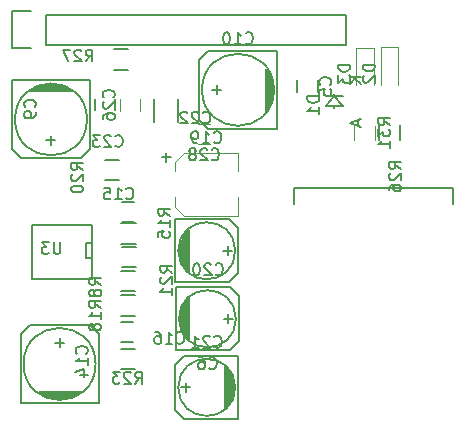
<source format=gbo>
%TF.GenerationSoftware,KiCad,Pcbnew,5.0.0-rc2-dev-unknown-b813eac~63~ubuntu16.04.1*%
%TF.CreationDate,2018-04-08T19:45:01+02:00*%
%TF.ProjectId,atmegax8_with_BM20,61746D65676178385F776974685F424D,rev?*%
%TF.SameCoordinates,Original*%
%TF.FileFunction,Legend,Bot*%
%TF.FilePolarity,Positive*%
%FSLAX46Y46*%
G04 Gerber Fmt 4.6, Leading zero omitted, Abs format (unit mm)*
G04 Created by KiCad (PCBNEW 5.0.0-rc2-dev-unknown-b813eac~63~ubuntu16.04.1) date Sun Apr  8 19:45:01 2018*
%MOMM*%
%LPD*%
G01*
G04 APERTURE LIST*
%ADD10C,0.150000*%
%ADD11C,0.120000*%
G04 APERTURE END LIST*
D10*
%TO.C,D1*%
X33121600Y-12992900D02*
X33121600Y-12843040D01*
X33121600Y-13841260D02*
X33121600Y-14041920D01*
X33121600Y-12992900D02*
X33870900Y-12992900D01*
X33121600Y-12992900D02*
X32420560Y-12992900D01*
X33121600Y-12992900D02*
X32420560Y-13841260D01*
X32420560Y-13841260D02*
X33822640Y-13841260D01*
X33822640Y-13841260D02*
X33121600Y-12992900D01*
%TO.C,C21*%
X24612600Y-37048440D02*
X24612600Y-38445440D01*
X24485600Y-36794440D02*
X24485600Y-38572440D01*
X24358600Y-36413440D02*
X24358600Y-38953440D01*
X24231600Y-39080440D02*
X24231600Y-36286440D01*
X24104600Y-36159440D02*
X24104600Y-39207440D01*
X23977600Y-39334440D02*
X23977600Y-36032440D01*
X23850600Y-35905440D02*
X23850600Y-39461440D01*
X24993600Y-35016440D02*
X20421600Y-35016440D01*
X20421600Y-35016440D02*
X19659600Y-35778440D01*
X19659600Y-35778440D02*
X19659600Y-39588440D01*
X19659600Y-39588440D02*
X20421600Y-40350440D01*
X20421600Y-40350440D02*
X24993600Y-40350440D01*
X24993600Y-40350440D02*
X24993600Y-35016440D01*
X20167600Y-37683440D02*
X20929600Y-37683440D01*
X20548600Y-37302440D02*
X20548600Y-38064440D01*
X24739600Y-37683440D02*
G75*
G03X24739600Y-37683440I-2413000J0D01*
G01*
D11*
%TO.C,C19*%
X20388300Y-17815100D02*
X24968300Y-17815100D01*
X19628300Y-18575100D02*
X20388300Y-17815100D01*
X20388300Y-23155100D02*
X19628300Y-22395100D01*
X24968300Y-23155100D02*
X20388300Y-23155100D01*
X19628300Y-22395100D02*
X19628300Y-21605100D01*
X19628300Y-18575100D02*
X19628300Y-19365100D01*
X24968300Y-23155100D02*
X24968300Y-21605100D01*
X24968300Y-17815100D02*
X24968300Y-19365100D01*
D10*
%TO.C,R23*%
X15051480Y-36155600D02*
X16251480Y-36155600D01*
X16251480Y-34405600D02*
X15051480Y-34405600D01*
%TO.C,C5*%
X31711000Y-11666600D02*
X31711000Y-12666600D01*
X30011000Y-12666600D02*
X30011000Y-11666600D01*
%TO.C,C6*%
X20096480Y-32506920D02*
X20096480Y-31109920D01*
X20223480Y-32760920D02*
X20223480Y-30982920D01*
X20350480Y-33141920D02*
X20350480Y-30601920D01*
X20477480Y-30474920D02*
X20477480Y-33268920D01*
X20604480Y-33395920D02*
X20604480Y-30347920D01*
X20731480Y-30220920D02*
X20731480Y-33522920D01*
X20858480Y-33649920D02*
X20858480Y-30093920D01*
X19715480Y-34538920D02*
X24287480Y-34538920D01*
X24287480Y-34538920D02*
X25049480Y-33776920D01*
X25049480Y-33776920D02*
X25049480Y-29966920D01*
X25049480Y-29966920D02*
X24287480Y-29204920D01*
X24287480Y-29204920D02*
X19715480Y-29204920D01*
X19715480Y-29204920D02*
X19715480Y-34538920D01*
X24541480Y-31871920D02*
X23779480Y-31871920D01*
X24160480Y-32252920D02*
X24160480Y-31490920D01*
X24795480Y-31871920D02*
G75*
G03X24795480Y-31871920I-2413000J0D01*
G01*
%TO.C,C9*%
X8376920Y-12075160D02*
X9900920Y-12075160D01*
X10281920Y-12202160D02*
X7995920Y-12202160D01*
X7741920Y-12329160D02*
X10535920Y-12329160D01*
X10789920Y-12456160D02*
X7487920Y-12456160D01*
X7360920Y-12583160D02*
X10916920Y-12583160D01*
X5836920Y-11694160D02*
X12440920Y-11694160D01*
X12440920Y-11694160D02*
X12440920Y-17536160D01*
X12440920Y-17536160D02*
X11678920Y-18298160D01*
X11678920Y-18298160D02*
X6598920Y-18298160D01*
X6598920Y-18298160D02*
X5836920Y-17536160D01*
X5836920Y-17536160D02*
X5836920Y-11694160D01*
X9138920Y-17155160D02*
X9138920Y-16393160D01*
X8757920Y-16774160D02*
X9519920Y-16774160D01*
X12186920Y-14996160D02*
G75*
G03X12186920Y-14996160I-3048000J0D01*
G01*
%TO.C,C10*%
X27894280Y-11724640D02*
X27894280Y-13248640D01*
X27767280Y-13629640D02*
X27767280Y-11343640D01*
X27640280Y-11089640D02*
X27640280Y-13883640D01*
X27513280Y-14137640D02*
X27513280Y-10835640D01*
X27386280Y-10708640D02*
X27386280Y-14264640D01*
X28275280Y-9184640D02*
X28275280Y-15788640D01*
X28275280Y-15788640D02*
X22433280Y-15788640D01*
X22433280Y-15788640D02*
X21671280Y-15026640D01*
X21671280Y-15026640D02*
X21671280Y-9946640D01*
X21671280Y-9946640D02*
X22433280Y-9184640D01*
X22433280Y-9184640D02*
X28275280Y-9184640D01*
X22814280Y-12486640D02*
X23576280Y-12486640D01*
X23195280Y-12105640D02*
X23195280Y-12867640D01*
X28021280Y-12486640D02*
G75*
G03X28021280Y-12486640I-3048000J0D01*
G01*
%TO.C,R8*%
X16271800Y-27801600D02*
X15071800Y-27801600D01*
X15071800Y-29551600D02*
X16271800Y-29551600D01*
%TO.C,R15*%
X15097200Y-25513000D02*
X16297200Y-25513000D01*
X16297200Y-23763000D02*
X15097200Y-23763000D01*
%TO.C,U3*%
X12573000Y-23916640D02*
X7493000Y-23916640D01*
X7493000Y-23916640D02*
X7493000Y-28488640D01*
X7493000Y-28488640D02*
X12573000Y-28488640D01*
X12573000Y-28488640D02*
X12573000Y-23916640D01*
X12573000Y-25440640D02*
X12065000Y-25440640D01*
X12065000Y-25440640D02*
X12065000Y-26710640D01*
X12065000Y-26710640D02*
X12573000Y-26710640D01*
%TO.C,C14*%
X10627360Y-38623240D02*
X9103360Y-38623240D01*
X8722360Y-38496240D02*
X11008360Y-38496240D01*
X11262360Y-38369240D02*
X8468360Y-38369240D01*
X8214360Y-38242240D02*
X11516360Y-38242240D01*
X11643360Y-38115240D02*
X8087360Y-38115240D01*
X13167360Y-39004240D02*
X6563360Y-39004240D01*
X6563360Y-39004240D02*
X6563360Y-33162240D01*
X6563360Y-33162240D02*
X7325360Y-32400240D01*
X7325360Y-32400240D02*
X12405360Y-32400240D01*
X12405360Y-32400240D02*
X13167360Y-33162240D01*
X13167360Y-33162240D02*
X13167360Y-39004240D01*
X9865360Y-33543240D02*
X9865360Y-34305240D01*
X10246360Y-33924240D02*
X9484360Y-33924240D01*
X12913360Y-35702240D02*
G75*
G03X12913360Y-35702240I-3048000J0D01*
G01*
%TO.C,C15*%
X16146400Y-23659200D02*
X15146400Y-23659200D01*
X15146400Y-21959200D02*
X16146400Y-21959200D01*
%TO.C,C16*%
X16095600Y-33814120D02*
X15095600Y-33814120D01*
X15095600Y-32114120D02*
X16095600Y-32114120D01*
%TO.C,C20*%
X20040600Y-26751280D02*
X20040600Y-25354280D01*
X20167600Y-27005280D02*
X20167600Y-25227280D01*
X20294600Y-27386280D02*
X20294600Y-24846280D01*
X20421600Y-24719280D02*
X20421600Y-27513280D01*
X20548600Y-27640280D02*
X20548600Y-24592280D01*
X20675600Y-24465280D02*
X20675600Y-27767280D01*
X20802600Y-27894280D02*
X20802600Y-24338280D01*
X19659600Y-28783280D02*
X24231600Y-28783280D01*
X24231600Y-28783280D02*
X24993600Y-28021280D01*
X24993600Y-28021280D02*
X24993600Y-24211280D01*
X24993600Y-24211280D02*
X24231600Y-23449280D01*
X24231600Y-23449280D02*
X19659600Y-23449280D01*
X19659600Y-23449280D02*
X19659600Y-28783280D01*
X24485600Y-26116280D02*
X23723600Y-26116280D01*
X24104600Y-26497280D02*
X24104600Y-25735280D01*
X24739600Y-26116280D02*
G75*
G03X24739600Y-26116280I-2413000J0D01*
G01*
%TO.C,R18*%
X15051480Y-31603920D02*
X16251480Y-31603920D01*
X16251480Y-29853920D02*
X15051480Y-29853920D01*
%TO.C,R20*%
X13725600Y-20153600D02*
X14925600Y-20153600D01*
X14925600Y-18403600D02*
X13725600Y-18403600D01*
%TO.C,R21*%
X16322600Y-25769600D02*
X15122600Y-25769600D01*
X15122600Y-27519600D02*
X16322600Y-27519600D01*
%TO.C,R26*%
X36920200Y-15498520D02*
X36920200Y-16698520D01*
X38670200Y-16698520D02*
X38670200Y-15498520D01*
%TO.C,C22*%
X19871800Y-13249400D02*
X19871800Y-15249400D01*
X17821800Y-15249400D02*
X17821800Y-13249400D01*
%TO.C,C23*%
X14525360Y-13226160D02*
X14525360Y-14226160D01*
X12825360Y-14226160D02*
X12825360Y-13226160D01*
%TO.C,R27*%
X15677440Y-9051320D02*
X14477440Y-9051320D01*
X14477440Y-10801320D02*
X15677440Y-10801320D01*
%TO.C,P1*%
X8676640Y-8666480D02*
X34076640Y-8666480D01*
X34076640Y-8666480D02*
X34076640Y-6126480D01*
X34076640Y-6126480D02*
X8676640Y-6126480D01*
X5856640Y-8946480D02*
X7406640Y-8946480D01*
X8676640Y-8666480D02*
X8676640Y-6126480D01*
X7406640Y-5846480D02*
X5856640Y-5846480D01*
X5856640Y-5846480D02*
X5856640Y-8946480D01*
D11*
%TO.C,C26*%
X14974200Y-14266800D02*
X14974200Y-13266800D01*
X16674200Y-13266800D02*
X16674200Y-14266800D01*
%TO.C,C28*%
X21598000Y-15406000D02*
X22598000Y-15406000D01*
X22598000Y-17106000D02*
X21598000Y-17106000D01*
%TO.C,D2*%
X38545200Y-12094720D02*
X38545200Y-8894720D01*
X37045200Y-8894720D02*
X37045200Y-12094720D01*
X37045200Y-8894720D02*
X38545200Y-8894720D01*
%TO.C,D3*%
X34962400Y-8909960D02*
X36462400Y-8909960D01*
X34962400Y-8909960D02*
X34962400Y-12109960D01*
X36462400Y-12109960D02*
X36462400Y-8909960D01*
%TO.C,R31*%
X36567000Y-16718840D02*
X36567000Y-15518840D01*
X34807000Y-15518840D02*
X34807000Y-16718840D01*
D10*
%TO.C,U2*%
X29718000Y-22128000D02*
X29718000Y-20828000D01*
X29718000Y-20828000D02*
X43218000Y-20828000D01*
X43218000Y-20828000D02*
X43218000Y-22128000D01*
%TO.C,D1*%
X31846780Y-13033784D02*
X30846780Y-13033784D01*
X30846780Y-13271880D01*
X30894400Y-13414737D01*
X30989638Y-13509975D01*
X31084876Y-13557594D01*
X31275352Y-13605213D01*
X31418209Y-13605213D01*
X31608685Y-13557594D01*
X31703923Y-13509975D01*
X31799161Y-13414737D01*
X31846780Y-13271880D01*
X31846780Y-13033784D01*
X31846780Y-14557594D02*
X31846780Y-13986165D01*
X31846780Y-14271880D02*
X30846780Y-14271880D01*
X30989638Y-14176641D01*
X31084876Y-14081403D01*
X31132495Y-13986165D01*
X35423980Y-11430575D02*
X34423980Y-11430575D01*
X35423980Y-12002003D02*
X34852552Y-11573432D01*
X34423980Y-12002003D02*
X34995409Y-11430575D01*
X35138266Y-15054384D02*
X35138266Y-15530575D01*
X35423980Y-14959146D02*
X34423980Y-15292480D01*
X35423980Y-15625813D01*
%TO.C,C21*%
X22969457Y-34230582D02*
X23017076Y-34278201D01*
X23159933Y-34325820D01*
X23255171Y-34325820D01*
X23398028Y-34278201D01*
X23493266Y-34182963D01*
X23540885Y-34087725D01*
X23588504Y-33897249D01*
X23588504Y-33754392D01*
X23540885Y-33563916D01*
X23493266Y-33468678D01*
X23398028Y-33373440D01*
X23255171Y-33325820D01*
X23159933Y-33325820D01*
X23017076Y-33373440D01*
X22969457Y-33421059D01*
X22588504Y-33421059D02*
X22540885Y-33373440D01*
X22445647Y-33325820D01*
X22207552Y-33325820D01*
X22112314Y-33373440D01*
X22064695Y-33421059D01*
X22017076Y-33516297D01*
X22017076Y-33611535D01*
X22064695Y-33754392D01*
X22636123Y-34325820D01*
X22017076Y-34325820D01*
X21064695Y-34325820D02*
X21636123Y-34325820D01*
X21350409Y-34325820D02*
X21350409Y-33325820D01*
X21445647Y-33468678D01*
X21540885Y-33563916D01*
X21636123Y-33611535D01*
%TO.C,C19*%
X22941157Y-16922242D02*
X22988776Y-16969861D01*
X23131633Y-17017480D01*
X23226871Y-17017480D01*
X23369728Y-16969861D01*
X23464966Y-16874623D01*
X23512585Y-16779385D01*
X23560204Y-16588909D01*
X23560204Y-16446052D01*
X23512585Y-16255576D01*
X23464966Y-16160338D01*
X23369728Y-16065100D01*
X23226871Y-16017480D01*
X23131633Y-16017480D01*
X22988776Y-16065100D01*
X22941157Y-16112719D01*
X21988776Y-17017480D02*
X22560204Y-17017480D01*
X22274490Y-17017480D02*
X22274490Y-16017480D01*
X22369728Y-16160338D01*
X22464966Y-16255576D01*
X22560204Y-16303195D01*
X21512585Y-17017480D02*
X21322109Y-17017480D01*
X21226871Y-16969861D01*
X21179252Y-16922242D01*
X21084014Y-16779385D01*
X21036395Y-16588909D01*
X21036395Y-16207957D01*
X21084014Y-16112719D01*
X21131633Y-16065100D01*
X21226871Y-16017480D01*
X21417347Y-16017480D01*
X21512585Y-16065100D01*
X21560204Y-16112719D01*
X21607823Y-16207957D01*
X21607823Y-16446052D01*
X21560204Y-16541290D01*
X21512585Y-16588909D01*
X21417347Y-16636528D01*
X21226871Y-16636528D01*
X21131633Y-16588909D01*
X21084014Y-16541290D01*
X21036395Y-16446052D01*
X19299252Y-18206528D02*
X18537347Y-18206528D01*
X18918300Y-18587480D02*
X18918300Y-17825576D01*
%TO.C,R23*%
X16263857Y-37358580D02*
X16597190Y-36882390D01*
X16835285Y-37358580D02*
X16835285Y-36358580D01*
X16454333Y-36358580D01*
X16359095Y-36406200D01*
X16311476Y-36453819D01*
X16263857Y-36549057D01*
X16263857Y-36691914D01*
X16311476Y-36787152D01*
X16359095Y-36834771D01*
X16454333Y-36882390D01*
X16835285Y-36882390D01*
X15882904Y-36453819D02*
X15835285Y-36406200D01*
X15740047Y-36358580D01*
X15501952Y-36358580D01*
X15406714Y-36406200D01*
X15359095Y-36453819D01*
X15311476Y-36549057D01*
X15311476Y-36644295D01*
X15359095Y-36787152D01*
X15930523Y-37358580D01*
X15311476Y-37358580D01*
X14978142Y-36358580D02*
X14359095Y-36358580D01*
X14692428Y-36739533D01*
X14549571Y-36739533D01*
X14454333Y-36787152D01*
X14406714Y-36834771D01*
X14359095Y-36930009D01*
X14359095Y-37168104D01*
X14406714Y-37263342D01*
X14454333Y-37310961D01*
X14549571Y-37358580D01*
X14835285Y-37358580D01*
X14930523Y-37310961D01*
X14978142Y-37263342D01*
%TO.C,C5*%
X32767542Y-12050733D02*
X32815161Y-12003114D01*
X32862780Y-11860257D01*
X32862780Y-11765019D01*
X32815161Y-11622161D01*
X32719923Y-11526923D01*
X32624685Y-11479304D01*
X32434209Y-11431685D01*
X32291352Y-11431685D01*
X32100876Y-11479304D01*
X32005638Y-11526923D01*
X31910400Y-11622161D01*
X31862780Y-11765019D01*
X31862780Y-11860257D01*
X31910400Y-12003114D01*
X31958019Y-12050733D01*
X31862780Y-12955495D02*
X31862780Y-12479304D01*
X32338971Y-12431685D01*
X32291352Y-12479304D01*
X32243733Y-12574542D01*
X32243733Y-12812638D01*
X32291352Y-12907876D01*
X32338971Y-12955495D01*
X32434209Y-13003114D01*
X32672304Y-13003114D01*
X32767542Y-12955495D01*
X32815161Y-12907876D01*
X32862780Y-12812638D01*
X32862780Y-12574542D01*
X32815161Y-12479304D01*
X32767542Y-12431685D01*
%TO.C,C6*%
X22549146Y-36039062D02*
X22596765Y-36086681D01*
X22739622Y-36134300D01*
X22834860Y-36134300D01*
X22977718Y-36086681D01*
X23072956Y-35991443D01*
X23120575Y-35896205D01*
X23168194Y-35705729D01*
X23168194Y-35562872D01*
X23120575Y-35372396D01*
X23072956Y-35277158D01*
X22977718Y-35181920D01*
X22834860Y-35134300D01*
X22739622Y-35134300D01*
X22596765Y-35181920D01*
X22549146Y-35229539D01*
X21692003Y-35134300D02*
X21882480Y-35134300D01*
X21977718Y-35181920D01*
X22025337Y-35229539D01*
X22120575Y-35372396D01*
X22168194Y-35562872D01*
X22168194Y-35943824D01*
X22120575Y-36039062D01*
X22072956Y-36086681D01*
X21977718Y-36134300D01*
X21787241Y-36134300D01*
X21692003Y-36086681D01*
X21644384Y-36039062D01*
X21596765Y-35943824D01*
X21596765Y-35705729D01*
X21644384Y-35610491D01*
X21692003Y-35562872D01*
X21787241Y-35515253D01*
X21977718Y-35515253D01*
X22072956Y-35562872D01*
X22120575Y-35610491D01*
X22168194Y-35705729D01*
%TO.C,C9*%
X7773942Y-13930333D02*
X7821561Y-13882714D01*
X7869180Y-13739857D01*
X7869180Y-13644619D01*
X7821561Y-13501761D01*
X7726323Y-13406523D01*
X7631085Y-13358904D01*
X7440609Y-13311285D01*
X7297752Y-13311285D01*
X7107276Y-13358904D01*
X7012038Y-13406523D01*
X6916800Y-13501761D01*
X6869180Y-13644619D01*
X6869180Y-13739857D01*
X6916800Y-13882714D01*
X6964419Y-13930333D01*
X7869180Y-14406523D02*
X7869180Y-14597000D01*
X7821561Y-14692238D01*
X7773942Y-14739857D01*
X7631085Y-14835095D01*
X7440609Y-14882714D01*
X7059657Y-14882714D01*
X6964419Y-14835095D01*
X6916800Y-14787476D01*
X6869180Y-14692238D01*
X6869180Y-14501761D01*
X6916800Y-14406523D01*
X6964419Y-14358904D01*
X7059657Y-14311285D01*
X7297752Y-14311285D01*
X7392990Y-14358904D01*
X7440609Y-14406523D01*
X7488228Y-14501761D01*
X7488228Y-14692238D01*
X7440609Y-14787476D01*
X7392990Y-14835095D01*
X7297752Y-14882714D01*
%TO.C,C10*%
X25616137Y-8525782D02*
X25663756Y-8573401D01*
X25806613Y-8621020D01*
X25901851Y-8621020D01*
X26044708Y-8573401D01*
X26139946Y-8478163D01*
X26187565Y-8382925D01*
X26235184Y-8192449D01*
X26235184Y-8049592D01*
X26187565Y-7859116D01*
X26139946Y-7763878D01*
X26044708Y-7668640D01*
X25901851Y-7621020D01*
X25806613Y-7621020D01*
X25663756Y-7668640D01*
X25616137Y-7716259D01*
X24663756Y-8621020D02*
X25235184Y-8621020D01*
X24949470Y-8621020D02*
X24949470Y-7621020D01*
X25044708Y-7763878D01*
X25139946Y-7859116D01*
X25235184Y-7906735D01*
X24044708Y-7621020D02*
X23949470Y-7621020D01*
X23854232Y-7668640D01*
X23806613Y-7716259D01*
X23758994Y-7811497D01*
X23711375Y-8001973D01*
X23711375Y-8240068D01*
X23758994Y-8430544D01*
X23806613Y-8525782D01*
X23854232Y-8573401D01*
X23949470Y-8621020D01*
X24044708Y-8621020D01*
X24139946Y-8573401D01*
X24187565Y-8525782D01*
X24235184Y-8430544D01*
X24282803Y-8240068D01*
X24282803Y-8001973D01*
X24235184Y-7811497D01*
X24187565Y-7716259D01*
X24139946Y-7668640D01*
X24044708Y-7621020D01*
%TO.C,R8*%
X13380980Y-29017933D02*
X12904790Y-28684600D01*
X13380980Y-28446504D02*
X12380980Y-28446504D01*
X12380980Y-28827457D01*
X12428600Y-28922695D01*
X12476219Y-28970314D01*
X12571457Y-29017933D01*
X12714314Y-29017933D01*
X12809552Y-28970314D01*
X12857171Y-28922695D01*
X12904790Y-28827457D01*
X12904790Y-28446504D01*
X12809552Y-29589361D02*
X12761933Y-29494123D01*
X12714314Y-29446504D01*
X12619076Y-29398885D01*
X12571457Y-29398885D01*
X12476219Y-29446504D01*
X12428600Y-29494123D01*
X12380980Y-29589361D01*
X12380980Y-29779838D01*
X12428600Y-29875076D01*
X12476219Y-29922695D01*
X12571457Y-29970314D01*
X12619076Y-29970314D01*
X12714314Y-29922695D01*
X12761933Y-29875076D01*
X12809552Y-29779838D01*
X12809552Y-29589361D01*
X12857171Y-29494123D01*
X12904790Y-29446504D01*
X13000028Y-29398885D01*
X13190504Y-29398885D01*
X13285742Y-29446504D01*
X13333361Y-29494123D01*
X13380980Y-29589361D01*
X13380980Y-29779838D01*
X13333361Y-29875076D01*
X13285742Y-29922695D01*
X13190504Y-29970314D01*
X13000028Y-29970314D01*
X12904790Y-29922695D01*
X12857171Y-29875076D01*
X12809552Y-29779838D01*
%TO.C,R15*%
X19197580Y-23131542D02*
X18721390Y-22798209D01*
X19197580Y-22560114D02*
X18197580Y-22560114D01*
X18197580Y-22941066D01*
X18245200Y-23036304D01*
X18292819Y-23083923D01*
X18388057Y-23131542D01*
X18530914Y-23131542D01*
X18626152Y-23083923D01*
X18673771Y-23036304D01*
X18721390Y-22941066D01*
X18721390Y-22560114D01*
X19197580Y-24083923D02*
X19197580Y-23512495D01*
X19197580Y-23798209D02*
X18197580Y-23798209D01*
X18340438Y-23702971D01*
X18435676Y-23607733D01*
X18483295Y-23512495D01*
X18197580Y-24988685D02*
X18197580Y-24512495D01*
X18673771Y-24464876D01*
X18626152Y-24512495D01*
X18578533Y-24607733D01*
X18578533Y-24845828D01*
X18626152Y-24941066D01*
X18673771Y-24988685D01*
X18769009Y-25036304D01*
X19007104Y-25036304D01*
X19102342Y-24988685D01*
X19149961Y-24941066D01*
X19197580Y-24845828D01*
X19197580Y-24607733D01*
X19149961Y-24512495D01*
X19102342Y-24464876D01*
%TO.C,U3*%
X9931304Y-25385780D02*
X9931304Y-26195304D01*
X9883685Y-26290542D01*
X9836066Y-26338161D01*
X9740828Y-26385780D01*
X9550352Y-26385780D01*
X9455114Y-26338161D01*
X9407495Y-26290542D01*
X9359876Y-26195304D01*
X9359876Y-25385780D01*
X8978923Y-25385780D02*
X8359876Y-25385780D01*
X8693209Y-25766733D01*
X8550352Y-25766733D01*
X8455114Y-25814352D01*
X8407495Y-25861971D01*
X8359876Y-25957209D01*
X8359876Y-26195304D01*
X8407495Y-26290542D01*
X8455114Y-26338161D01*
X8550352Y-26385780D01*
X8836066Y-26385780D01*
X8931304Y-26338161D01*
X8978923Y-26290542D01*
%TO.C,C14*%
X12142742Y-34815542D02*
X12190361Y-34767923D01*
X12237980Y-34625066D01*
X12237980Y-34529828D01*
X12190361Y-34386971D01*
X12095123Y-34291733D01*
X11999885Y-34244114D01*
X11809409Y-34196495D01*
X11666552Y-34196495D01*
X11476076Y-34244114D01*
X11380838Y-34291733D01*
X11285600Y-34386971D01*
X11237980Y-34529828D01*
X11237980Y-34625066D01*
X11285600Y-34767923D01*
X11333219Y-34815542D01*
X12237980Y-35767923D02*
X12237980Y-35196495D01*
X12237980Y-35482209D02*
X11237980Y-35482209D01*
X11380838Y-35386971D01*
X11476076Y-35291733D01*
X11523695Y-35196495D01*
X11571314Y-36625066D02*
X12237980Y-36625066D01*
X11190361Y-36386971D02*
X11904647Y-36148876D01*
X11904647Y-36767923D01*
%TO.C,C15*%
X15501857Y-21667742D02*
X15549476Y-21715361D01*
X15692333Y-21762980D01*
X15787571Y-21762980D01*
X15930428Y-21715361D01*
X16025666Y-21620123D01*
X16073285Y-21524885D01*
X16120904Y-21334409D01*
X16120904Y-21191552D01*
X16073285Y-21001076D01*
X16025666Y-20905838D01*
X15930428Y-20810600D01*
X15787571Y-20762980D01*
X15692333Y-20762980D01*
X15549476Y-20810600D01*
X15501857Y-20858219D01*
X14549476Y-21762980D02*
X15120904Y-21762980D01*
X14835190Y-21762980D02*
X14835190Y-20762980D01*
X14930428Y-20905838D01*
X15025666Y-21001076D01*
X15120904Y-21048695D01*
X13644714Y-20762980D02*
X14120904Y-20762980D01*
X14168523Y-21239171D01*
X14120904Y-21191552D01*
X14025666Y-21143933D01*
X13787571Y-21143933D01*
X13692333Y-21191552D01*
X13644714Y-21239171D01*
X13597095Y-21334409D01*
X13597095Y-21572504D01*
X13644714Y-21667742D01*
X13692333Y-21715361D01*
X13787571Y-21762980D01*
X14025666Y-21762980D01*
X14120904Y-21715361D01*
X14168523Y-21667742D01*
%TO.C,C16*%
X19794457Y-33885142D02*
X19842076Y-33932761D01*
X19984933Y-33980380D01*
X20080171Y-33980380D01*
X20223028Y-33932761D01*
X20318266Y-33837523D01*
X20365885Y-33742285D01*
X20413504Y-33551809D01*
X20413504Y-33408952D01*
X20365885Y-33218476D01*
X20318266Y-33123238D01*
X20223028Y-33028000D01*
X20080171Y-32980380D01*
X19984933Y-32980380D01*
X19842076Y-33028000D01*
X19794457Y-33075619D01*
X18842076Y-33980380D02*
X19413504Y-33980380D01*
X19127790Y-33980380D02*
X19127790Y-32980380D01*
X19223028Y-33123238D01*
X19318266Y-33218476D01*
X19413504Y-33266095D01*
X17984933Y-32980380D02*
X18175409Y-32980380D01*
X18270647Y-33028000D01*
X18318266Y-33075619D01*
X18413504Y-33218476D01*
X18461123Y-33408952D01*
X18461123Y-33789904D01*
X18413504Y-33885142D01*
X18365885Y-33932761D01*
X18270647Y-33980380D01*
X18080171Y-33980380D01*
X17984933Y-33932761D01*
X17937314Y-33885142D01*
X17889695Y-33789904D01*
X17889695Y-33551809D01*
X17937314Y-33456571D01*
X17984933Y-33408952D01*
X18080171Y-33361333D01*
X18270647Y-33361333D01*
X18365885Y-33408952D01*
X18413504Y-33456571D01*
X18461123Y-33551809D01*
%TO.C,C20*%
X23071057Y-28093942D02*
X23118676Y-28141561D01*
X23261533Y-28189180D01*
X23356771Y-28189180D01*
X23499628Y-28141561D01*
X23594866Y-28046323D01*
X23642485Y-27951085D01*
X23690104Y-27760609D01*
X23690104Y-27617752D01*
X23642485Y-27427276D01*
X23594866Y-27332038D01*
X23499628Y-27236800D01*
X23356771Y-27189180D01*
X23261533Y-27189180D01*
X23118676Y-27236800D01*
X23071057Y-27284419D01*
X22690104Y-27284419D02*
X22642485Y-27236800D01*
X22547247Y-27189180D01*
X22309152Y-27189180D01*
X22213914Y-27236800D01*
X22166295Y-27284419D01*
X22118676Y-27379657D01*
X22118676Y-27474895D01*
X22166295Y-27617752D01*
X22737723Y-28189180D01*
X22118676Y-28189180D01*
X21499628Y-27189180D02*
X21404390Y-27189180D01*
X21309152Y-27236800D01*
X21261533Y-27284419D01*
X21213914Y-27379657D01*
X21166295Y-27570133D01*
X21166295Y-27808228D01*
X21213914Y-27998704D01*
X21261533Y-28093942D01*
X21309152Y-28141561D01*
X21404390Y-28189180D01*
X21499628Y-28189180D01*
X21594866Y-28141561D01*
X21642485Y-28093942D01*
X21690104Y-27998704D01*
X21737723Y-27808228D01*
X21737723Y-27570133D01*
X21690104Y-27379657D01*
X21642485Y-27284419D01*
X21594866Y-27236800D01*
X21499628Y-27189180D01*
%TO.C,R18*%
X13355580Y-30954742D02*
X12879390Y-30621409D01*
X13355580Y-30383314D02*
X12355580Y-30383314D01*
X12355580Y-30764266D01*
X12403200Y-30859504D01*
X12450819Y-30907123D01*
X12546057Y-30954742D01*
X12688914Y-30954742D01*
X12784152Y-30907123D01*
X12831771Y-30859504D01*
X12879390Y-30764266D01*
X12879390Y-30383314D01*
X13355580Y-31907123D02*
X13355580Y-31335695D01*
X13355580Y-31621409D02*
X12355580Y-31621409D01*
X12498438Y-31526171D01*
X12593676Y-31430933D01*
X12641295Y-31335695D01*
X12784152Y-32478552D02*
X12736533Y-32383314D01*
X12688914Y-32335695D01*
X12593676Y-32288076D01*
X12546057Y-32288076D01*
X12450819Y-32335695D01*
X12403200Y-32383314D01*
X12355580Y-32478552D01*
X12355580Y-32669028D01*
X12403200Y-32764266D01*
X12450819Y-32811885D01*
X12546057Y-32859504D01*
X12593676Y-32859504D01*
X12688914Y-32811885D01*
X12736533Y-32764266D01*
X12784152Y-32669028D01*
X12784152Y-32478552D01*
X12831771Y-32383314D01*
X12879390Y-32335695D01*
X12974628Y-32288076D01*
X13165104Y-32288076D01*
X13260342Y-32335695D01*
X13307961Y-32383314D01*
X13355580Y-32478552D01*
X13355580Y-32669028D01*
X13307961Y-32764266D01*
X13260342Y-32811885D01*
X13165104Y-32859504D01*
X12974628Y-32859504D01*
X12879390Y-32811885D01*
X12831771Y-32764266D01*
X12784152Y-32669028D01*
%TO.C,R20*%
X11831580Y-19270742D02*
X11355390Y-18937409D01*
X11831580Y-18699314D02*
X10831580Y-18699314D01*
X10831580Y-19080266D01*
X10879200Y-19175504D01*
X10926819Y-19223123D01*
X11022057Y-19270742D01*
X11164914Y-19270742D01*
X11260152Y-19223123D01*
X11307771Y-19175504D01*
X11355390Y-19080266D01*
X11355390Y-18699314D01*
X10926819Y-19651695D02*
X10879200Y-19699314D01*
X10831580Y-19794552D01*
X10831580Y-20032647D01*
X10879200Y-20127885D01*
X10926819Y-20175504D01*
X11022057Y-20223123D01*
X11117295Y-20223123D01*
X11260152Y-20175504D01*
X11831580Y-19604076D01*
X11831580Y-20223123D01*
X10831580Y-20842171D02*
X10831580Y-20937409D01*
X10879200Y-21032647D01*
X10926819Y-21080266D01*
X11022057Y-21127885D01*
X11212533Y-21175504D01*
X11450628Y-21175504D01*
X11641104Y-21127885D01*
X11736342Y-21080266D01*
X11783961Y-21032647D01*
X11831580Y-20937409D01*
X11831580Y-20842171D01*
X11783961Y-20746933D01*
X11736342Y-20699314D01*
X11641104Y-20651695D01*
X11450628Y-20604076D01*
X11212533Y-20604076D01*
X11022057Y-20651695D01*
X10926819Y-20699314D01*
X10879200Y-20746933D01*
X10831580Y-20842171D01*
%TO.C,R21*%
X19400780Y-27957542D02*
X18924590Y-27624209D01*
X19400780Y-27386114D02*
X18400780Y-27386114D01*
X18400780Y-27767066D01*
X18448400Y-27862304D01*
X18496019Y-27909923D01*
X18591257Y-27957542D01*
X18734114Y-27957542D01*
X18829352Y-27909923D01*
X18876971Y-27862304D01*
X18924590Y-27767066D01*
X18924590Y-27386114D01*
X18496019Y-28338495D02*
X18448400Y-28386114D01*
X18400780Y-28481352D01*
X18400780Y-28719447D01*
X18448400Y-28814685D01*
X18496019Y-28862304D01*
X18591257Y-28909923D01*
X18686495Y-28909923D01*
X18829352Y-28862304D01*
X19400780Y-28290876D01*
X19400780Y-28909923D01*
X19400780Y-29862304D02*
X19400780Y-29290876D01*
X19400780Y-29576590D02*
X18400780Y-29576590D01*
X18543638Y-29481352D01*
X18638876Y-29386114D01*
X18686495Y-29290876D01*
%TO.C,R26*%
X38755580Y-19189462D02*
X38279390Y-18856129D01*
X38755580Y-18618034D02*
X37755580Y-18618034D01*
X37755580Y-18998986D01*
X37803200Y-19094224D01*
X37850819Y-19141843D01*
X37946057Y-19189462D01*
X38088914Y-19189462D01*
X38184152Y-19141843D01*
X38231771Y-19094224D01*
X38279390Y-18998986D01*
X38279390Y-18618034D01*
X37850819Y-19570415D02*
X37803200Y-19618034D01*
X37755580Y-19713272D01*
X37755580Y-19951367D01*
X37803200Y-20046605D01*
X37850819Y-20094224D01*
X37946057Y-20141843D01*
X38041295Y-20141843D01*
X38184152Y-20094224D01*
X38755580Y-19522796D01*
X38755580Y-20141843D01*
X37755580Y-20998986D02*
X37755580Y-20808510D01*
X37803200Y-20713272D01*
X37850819Y-20665653D01*
X37993676Y-20570415D01*
X38184152Y-20522796D01*
X38565104Y-20522796D01*
X38660342Y-20570415D01*
X38707961Y-20618034D01*
X38755580Y-20713272D01*
X38755580Y-20903748D01*
X38707961Y-20998986D01*
X38660342Y-21046605D01*
X38565104Y-21094224D01*
X38327009Y-21094224D01*
X38231771Y-21046605D01*
X38184152Y-20998986D01*
X38136533Y-20903748D01*
X38136533Y-20713272D01*
X38184152Y-20618034D01*
X38231771Y-20570415D01*
X38327009Y-20522796D01*
%TO.C,C22*%
X22004257Y-15241542D02*
X22051876Y-15289161D01*
X22194733Y-15336780D01*
X22289971Y-15336780D01*
X22432828Y-15289161D01*
X22528066Y-15193923D01*
X22575685Y-15098685D01*
X22623304Y-14908209D01*
X22623304Y-14765352D01*
X22575685Y-14574876D01*
X22528066Y-14479638D01*
X22432828Y-14384400D01*
X22289971Y-14336780D01*
X22194733Y-14336780D01*
X22051876Y-14384400D01*
X22004257Y-14432019D01*
X21623304Y-14432019D02*
X21575685Y-14384400D01*
X21480447Y-14336780D01*
X21242352Y-14336780D01*
X21147114Y-14384400D01*
X21099495Y-14432019D01*
X21051876Y-14527257D01*
X21051876Y-14622495D01*
X21099495Y-14765352D01*
X21670923Y-15336780D01*
X21051876Y-15336780D01*
X20670923Y-14432019D02*
X20623304Y-14384400D01*
X20528066Y-14336780D01*
X20289971Y-14336780D01*
X20194733Y-14384400D01*
X20147114Y-14432019D01*
X20099495Y-14527257D01*
X20099495Y-14622495D01*
X20147114Y-14765352D01*
X20718542Y-15336780D01*
X20099495Y-15336780D01*
%TO.C,C23*%
X14587457Y-17222742D02*
X14635076Y-17270361D01*
X14777933Y-17317980D01*
X14873171Y-17317980D01*
X15016028Y-17270361D01*
X15111266Y-17175123D01*
X15158885Y-17079885D01*
X15206504Y-16889409D01*
X15206504Y-16746552D01*
X15158885Y-16556076D01*
X15111266Y-16460838D01*
X15016028Y-16365600D01*
X14873171Y-16317980D01*
X14777933Y-16317980D01*
X14635076Y-16365600D01*
X14587457Y-16413219D01*
X14206504Y-16413219D02*
X14158885Y-16365600D01*
X14063647Y-16317980D01*
X13825552Y-16317980D01*
X13730314Y-16365600D01*
X13682695Y-16413219D01*
X13635076Y-16508457D01*
X13635076Y-16603695D01*
X13682695Y-16746552D01*
X14254123Y-17317980D01*
X13635076Y-17317980D01*
X13301742Y-16317980D02*
X12682695Y-16317980D01*
X13016028Y-16698933D01*
X12873171Y-16698933D01*
X12777933Y-16746552D01*
X12730314Y-16794171D01*
X12682695Y-16889409D01*
X12682695Y-17127504D01*
X12730314Y-17222742D01*
X12777933Y-17270361D01*
X12873171Y-17317980D01*
X13158885Y-17317980D01*
X13254123Y-17270361D01*
X13301742Y-17222742D01*
%TO.C,R27*%
X12072857Y-10078980D02*
X12406190Y-9602790D01*
X12644285Y-10078980D02*
X12644285Y-9078980D01*
X12263333Y-9078980D01*
X12168095Y-9126600D01*
X12120476Y-9174219D01*
X12072857Y-9269457D01*
X12072857Y-9412314D01*
X12120476Y-9507552D01*
X12168095Y-9555171D01*
X12263333Y-9602790D01*
X12644285Y-9602790D01*
X11691904Y-9174219D02*
X11644285Y-9126600D01*
X11549047Y-9078980D01*
X11310952Y-9078980D01*
X11215714Y-9126600D01*
X11168095Y-9174219D01*
X11120476Y-9269457D01*
X11120476Y-9364695D01*
X11168095Y-9507552D01*
X11739523Y-10078980D01*
X11120476Y-10078980D01*
X10787142Y-9078980D02*
X10120476Y-9078980D01*
X10549047Y-10078980D01*
%TO.C,C26*%
X14431342Y-13123942D02*
X14478961Y-13076323D01*
X14526580Y-12933466D01*
X14526580Y-12838228D01*
X14478961Y-12695371D01*
X14383723Y-12600133D01*
X14288485Y-12552514D01*
X14098009Y-12504895D01*
X13955152Y-12504895D01*
X13764676Y-12552514D01*
X13669438Y-12600133D01*
X13574200Y-12695371D01*
X13526580Y-12838228D01*
X13526580Y-12933466D01*
X13574200Y-13076323D01*
X13621819Y-13123942D01*
X13621819Y-13504895D02*
X13574200Y-13552514D01*
X13526580Y-13647752D01*
X13526580Y-13885847D01*
X13574200Y-13981085D01*
X13621819Y-14028704D01*
X13717057Y-14076323D01*
X13812295Y-14076323D01*
X13955152Y-14028704D01*
X14526580Y-13457276D01*
X14526580Y-14076323D01*
X13526580Y-14933466D02*
X13526580Y-14742990D01*
X13574200Y-14647752D01*
X13621819Y-14600133D01*
X13764676Y-14504895D01*
X13955152Y-14457276D01*
X14336104Y-14457276D01*
X14431342Y-14504895D01*
X14478961Y-14552514D01*
X14526580Y-14647752D01*
X14526580Y-14838228D01*
X14478961Y-14933466D01*
X14431342Y-14981085D01*
X14336104Y-15028704D01*
X14098009Y-15028704D01*
X14002771Y-14981085D01*
X13955152Y-14933466D01*
X13907533Y-14838228D01*
X13907533Y-14647752D01*
X13955152Y-14552514D01*
X14002771Y-14504895D01*
X14098009Y-14457276D01*
%TO.C,C28*%
X22740857Y-18363142D02*
X22788476Y-18410761D01*
X22931333Y-18458380D01*
X23026571Y-18458380D01*
X23169428Y-18410761D01*
X23264666Y-18315523D01*
X23312285Y-18220285D01*
X23359904Y-18029809D01*
X23359904Y-17886952D01*
X23312285Y-17696476D01*
X23264666Y-17601238D01*
X23169428Y-17506000D01*
X23026571Y-17458380D01*
X22931333Y-17458380D01*
X22788476Y-17506000D01*
X22740857Y-17553619D01*
X22359904Y-17553619D02*
X22312285Y-17506000D01*
X22217047Y-17458380D01*
X21978952Y-17458380D01*
X21883714Y-17506000D01*
X21836095Y-17553619D01*
X21788476Y-17648857D01*
X21788476Y-17744095D01*
X21836095Y-17886952D01*
X22407523Y-18458380D01*
X21788476Y-18458380D01*
X21217047Y-17886952D02*
X21312285Y-17839333D01*
X21359904Y-17791714D01*
X21407523Y-17696476D01*
X21407523Y-17648857D01*
X21359904Y-17553619D01*
X21312285Y-17506000D01*
X21217047Y-17458380D01*
X21026571Y-17458380D01*
X20931333Y-17506000D01*
X20883714Y-17553619D01*
X20836095Y-17648857D01*
X20836095Y-17696476D01*
X20883714Y-17791714D01*
X20931333Y-17839333D01*
X21026571Y-17886952D01*
X21217047Y-17886952D01*
X21312285Y-17934571D01*
X21359904Y-17982190D01*
X21407523Y-18077428D01*
X21407523Y-18267904D01*
X21359904Y-18363142D01*
X21312285Y-18410761D01*
X21217047Y-18458380D01*
X21026571Y-18458380D01*
X20931333Y-18410761D01*
X20883714Y-18363142D01*
X20836095Y-18267904D01*
X20836095Y-18077428D01*
X20883714Y-17982190D01*
X20931333Y-17934571D01*
X21026571Y-17886952D01*
%TO.C,D2*%
X36547580Y-10356624D02*
X35547580Y-10356624D01*
X35547580Y-10594720D01*
X35595200Y-10737577D01*
X35690438Y-10832815D01*
X35785676Y-10880434D01*
X35976152Y-10928053D01*
X36119009Y-10928053D01*
X36309485Y-10880434D01*
X36404723Y-10832815D01*
X36499961Y-10737577D01*
X36547580Y-10594720D01*
X36547580Y-10356624D01*
X35642819Y-11309005D02*
X35595200Y-11356624D01*
X35547580Y-11451862D01*
X35547580Y-11689958D01*
X35595200Y-11785196D01*
X35642819Y-11832815D01*
X35738057Y-11880434D01*
X35833295Y-11880434D01*
X35976152Y-11832815D01*
X36547580Y-11261386D01*
X36547580Y-11880434D01*
%TO.C,D3*%
X34464780Y-10371864D02*
X33464780Y-10371864D01*
X33464780Y-10609960D01*
X33512400Y-10752817D01*
X33607638Y-10848055D01*
X33702876Y-10895674D01*
X33893352Y-10943293D01*
X34036209Y-10943293D01*
X34226685Y-10895674D01*
X34321923Y-10848055D01*
X34417161Y-10752817D01*
X34464780Y-10609960D01*
X34464780Y-10371864D01*
X33464780Y-11276626D02*
X33464780Y-11895674D01*
X33845733Y-11562340D01*
X33845733Y-11705198D01*
X33893352Y-11800436D01*
X33940971Y-11848055D01*
X34036209Y-11895674D01*
X34274304Y-11895674D01*
X34369542Y-11848055D01*
X34417161Y-11800436D01*
X34464780Y-11705198D01*
X34464780Y-11419483D01*
X34417161Y-11324245D01*
X34369542Y-11276626D01*
%TO.C,R31*%
X37839380Y-15475982D02*
X37363190Y-15142649D01*
X37839380Y-14904554D02*
X36839380Y-14904554D01*
X36839380Y-15285506D01*
X36887000Y-15380744D01*
X36934619Y-15428363D01*
X37029857Y-15475982D01*
X37172714Y-15475982D01*
X37267952Y-15428363D01*
X37315571Y-15380744D01*
X37363190Y-15285506D01*
X37363190Y-14904554D01*
X36839380Y-15809316D02*
X36839380Y-16428363D01*
X37220333Y-16095030D01*
X37220333Y-16237887D01*
X37267952Y-16333125D01*
X37315571Y-16380744D01*
X37410809Y-16428363D01*
X37648904Y-16428363D01*
X37744142Y-16380744D01*
X37791761Y-16333125D01*
X37839380Y-16237887D01*
X37839380Y-15952173D01*
X37791761Y-15856935D01*
X37744142Y-15809316D01*
X37839380Y-17380744D02*
X37839380Y-16809316D01*
X37839380Y-17095030D02*
X36839380Y-17095030D01*
X36982238Y-16999792D01*
X37077476Y-16904554D01*
X37125095Y-16809316D01*
%TD*%
M02*

</source>
